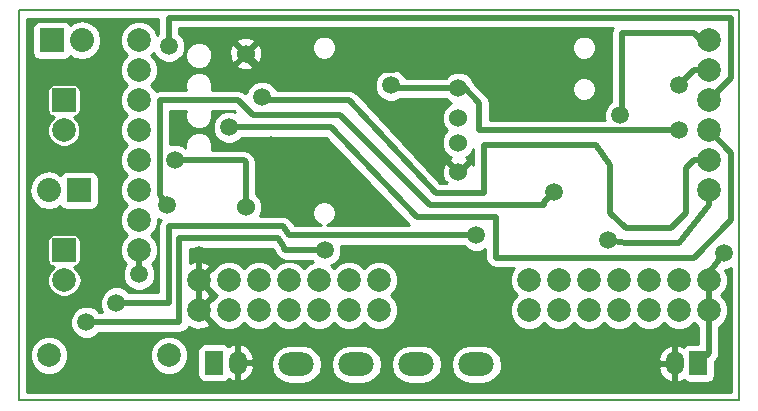
<source format=gbr>
G04 #@! TF.FileFunction,Copper,L1,Top,Signal*
%FSLAX46Y46*%
G04 Gerber Fmt 4.6, Leading zero omitted, Abs format (unit mm)*
G04 Created by KiCad (PCBNEW 4.0.2-4+6225~38~ubuntu14.04.1-stable) date fre 22 apr 2016 20:18:46*
%MOMM*%
G01*
G04 APERTURE LIST*
%ADD10C,0.100000*%
%ADD11C,0.150000*%
%ADD12R,2.032000X2.032000*%
%ADD13O,2.032000X2.032000*%
%ADD14R,1.500000X2.000000*%
%ADD15O,1.500000X2.000000*%
%ADD16C,1.998980*%
%ADD17C,2.000000*%
%ADD18C,1.524000*%
%ADD19R,2.000000X2.000000*%
%ADD20O,3.000000X2.000000*%
%ADD21C,1.500000*%
%ADD22C,0.500000*%
%ADD23C,0.254000*%
G04 APERTURE END LIST*
D10*
D11*
X110490000Y-86360000D02*
X171450000Y-86360000D01*
X110490000Y-119380000D02*
X110490000Y-86360000D01*
X171450000Y-119380000D02*
X110490000Y-119380000D01*
X171450000Y-86360000D02*
X171450000Y-119380000D01*
D12*
X115570000Y-101600000D03*
D13*
X113030000Y-101600000D03*
D12*
X113284000Y-88900000D03*
D13*
X115824000Y-88900000D03*
D14*
X168020000Y-116240000D03*
D15*
X166020000Y-116240000D03*
D16*
X123190000Y-115570000D03*
X113030000Y-115570000D03*
D14*
X127000000Y-116205000D03*
D15*
X129000000Y-116205000D03*
D17*
X168910000Y-88900000D03*
X168910000Y-91440000D03*
X168910000Y-93980000D03*
X168910000Y-96520000D03*
X168910000Y-99060000D03*
X168910000Y-101600000D03*
X168910000Y-109220000D03*
X168910000Y-111760000D03*
X166370000Y-109220000D03*
X166370000Y-111760000D03*
X163830000Y-109220000D03*
X163830000Y-111760000D03*
X161290000Y-109220000D03*
X161290000Y-111760000D03*
X158750000Y-109220000D03*
X158750000Y-111760000D03*
X156210000Y-109220000D03*
X156210000Y-111760000D03*
X153670000Y-109220000D03*
X153670000Y-111760000D03*
X140970000Y-109220000D03*
X140970000Y-111760000D03*
X138430000Y-109220000D03*
X138430000Y-111760000D03*
X135890000Y-109220000D03*
X135890000Y-111760000D03*
X133350000Y-109220000D03*
X133350000Y-111760000D03*
X130810000Y-109220000D03*
X130810000Y-111760000D03*
X128270000Y-109220000D03*
X128270000Y-111760000D03*
X125730000Y-109220000D03*
X125730000Y-111760000D03*
X120650000Y-106680000D03*
X120650000Y-104140000D03*
X120650000Y-88900000D03*
X120650000Y-91440000D03*
X120650000Y-93980000D03*
X120650000Y-96520000D03*
X120650000Y-99060000D03*
X120650000Y-101600000D03*
D18*
X129700000Y-103020000D03*
X129700000Y-90020000D03*
X147700000Y-100070000D03*
X147700000Y-92970000D03*
X147700000Y-97570000D03*
X147700000Y-95470000D03*
D19*
X114300000Y-106680000D03*
D17*
X114300000Y-109220000D03*
D19*
X114300000Y-93980000D03*
D17*
X114300000Y-96520000D03*
D20*
X149225000Y-116332000D03*
X144145000Y-116332000D03*
X139065000Y-116332000D03*
X133985000Y-116332000D03*
D21*
X116205000Y-112776000D03*
X136398000Y-106680000D03*
X123063000Y-102870000D03*
X155829000Y-101727000D03*
X149225000Y-105410000D03*
X118745000Y-111125000D03*
X123698000Y-99060000D03*
X131064000Y-93726000D03*
X128270000Y-96266000D03*
X123190000Y-89408000D03*
X125730000Y-107061000D03*
X131699000Y-101854000D03*
X131826000Y-97790000D03*
X153035000Y-94615000D03*
X166370000Y-96520000D03*
X141986000Y-92710000D03*
X170180000Y-106934000D03*
X160401000Y-105791000D03*
X166370000Y-92710000D03*
X161417000Y-95250000D03*
X120650000Y-108712000D03*
D22*
X132461000Y-105664000D02*
X132969000Y-106426000D01*
X116205000Y-112776000D02*
X124079000Y-112776000D01*
X124079000Y-112776000D02*
X124079000Y-105664000D01*
X124079000Y-105664000D02*
X132461000Y-105664000D01*
X132969000Y-106553000D02*
X132969000Y-106426000D01*
X133096000Y-106680000D02*
X132969000Y-106553000D01*
X136398000Y-106680000D02*
X133096000Y-106680000D01*
X114935000Y-109220000D02*
X114300000Y-109220000D01*
X154940000Y-102870000D02*
X154940000Y-102616000D01*
X122682000Y-93980000D02*
X122428000Y-93980000D01*
X122428000Y-93980000D02*
X122428000Y-101981000D01*
X122428000Y-101981000D02*
X123063000Y-102870000D01*
X154940000Y-102870000D02*
X145288000Y-102870000D01*
X145288000Y-102870000D02*
X137668000Y-95250000D01*
X137668000Y-95250000D02*
X130302000Y-95250000D01*
X130302000Y-95250000D02*
X129032000Y-93980000D01*
X129032000Y-93980000D02*
X122682000Y-93980000D01*
X154940000Y-102616000D02*
X155829000Y-101727000D01*
X123190000Y-105410000D02*
X123190000Y-104648000D01*
X123190000Y-105410000D02*
X123190000Y-111125000D01*
X123190000Y-111125000D02*
X118745000Y-111125000D01*
X133350000Y-105410000D02*
X149225000Y-105410000D01*
X132842000Y-104648000D02*
X133350000Y-105410000D01*
X123190000Y-104648000D02*
X132842000Y-104648000D01*
X129700000Y-99220000D02*
X129700000Y-103020000D01*
X129540000Y-99060000D02*
X129700000Y-99220000D01*
X123698000Y-99060000D02*
X129540000Y-99060000D01*
X129690000Y-103020000D02*
X129700000Y-103020000D01*
X129700000Y-103020000D02*
X129690000Y-103020000D01*
X129700000Y-103020000D02*
X129700000Y-103030000D01*
X168910000Y-99060000D02*
X167640000Y-99060000D01*
X131318000Y-93980000D02*
X131064000Y-93726000D01*
X138430000Y-93980000D02*
X131318000Y-93980000D01*
X145796000Y-101854000D02*
X138430000Y-93980000D01*
X149860000Y-101854000D02*
X145796000Y-101854000D01*
X149860000Y-100965000D02*
X149860000Y-101854000D01*
X149860000Y-97790000D02*
X149860000Y-100965000D01*
X159385000Y-97790000D02*
X149860000Y-97790000D01*
X160528000Y-99441000D02*
X159385000Y-97790000D01*
X160528000Y-103505000D02*
X160528000Y-99441000D01*
X161925000Y-104775000D02*
X160528000Y-103505000D01*
X165735000Y-104775000D02*
X161925000Y-104775000D01*
X167005000Y-103505000D02*
X165735000Y-104775000D01*
X167005000Y-99695000D02*
X167005000Y-103505000D01*
X167640000Y-99060000D02*
X167005000Y-99695000D01*
X170815000Y-98425000D02*
X168910000Y-96520000D01*
X170815000Y-104140000D02*
X170815000Y-98425000D01*
X167640000Y-107315000D02*
X170815000Y-104140000D01*
X150876000Y-107315000D02*
X167640000Y-107315000D01*
X150876000Y-103886000D02*
X150876000Y-107315000D01*
X144272000Y-103886000D02*
X150876000Y-103886000D01*
X144169045Y-103889432D02*
X144272000Y-103886000D01*
X136906000Y-96266000D02*
X144169045Y-103889432D01*
X136779000Y-96266000D02*
X136906000Y-96266000D01*
X128270000Y-96266000D02*
X136779000Y-96266000D01*
X168910000Y-96520000D02*
X169545000Y-96520000D01*
X170815000Y-92075000D02*
X170815000Y-86995000D01*
X170815000Y-86995000D02*
X123190000Y-86995000D01*
X170815000Y-92075000D02*
X168910000Y-93980000D01*
X123190000Y-89408000D02*
X123190000Y-86995000D01*
X131699000Y-101854000D02*
X131826000Y-101727000D01*
X131826000Y-101727000D02*
X131826000Y-97790000D01*
X125730000Y-111760000D02*
X125730000Y-109220000D01*
X125730000Y-109220000D02*
X125730000Y-107061000D01*
X125730000Y-109220000D02*
X125730000Y-108585000D01*
X129700000Y-90020000D02*
X129700000Y-90330000D01*
X129700000Y-90330000D02*
X130810000Y-91440000D01*
X130810000Y-91440000D02*
X142240000Y-91440000D01*
X142240000Y-91440000D02*
X143510000Y-90170000D01*
X143510000Y-90170000D02*
X151765000Y-90170000D01*
X151765000Y-90170000D02*
X153035000Y-91440000D01*
X153035000Y-91440000D02*
X153035000Y-94615000D01*
X160655000Y-96520000D02*
X166370000Y-96520000D01*
X148215000Y-92970000D02*
X149479000Y-94234000D01*
X149479000Y-94234000D02*
X149479000Y-96520000D01*
X149479000Y-96520000D02*
X149479000Y-96520000D01*
X149479000Y-96520000D02*
X160655000Y-96520000D01*
X147200000Y-92970000D02*
X148215000Y-92970000D01*
X147200000Y-92970000D02*
X142246000Y-92970000D01*
X142246000Y-92970000D02*
X141986000Y-92710000D01*
X170180000Y-106934000D02*
X168910000Y-108585000D01*
X168910000Y-108585000D02*
X168910000Y-109220000D01*
X168910000Y-111760000D02*
X168910000Y-115350000D01*
X168910000Y-115350000D02*
X168020000Y-116240000D01*
X168910000Y-109220000D02*
X168910000Y-111760000D01*
X168910000Y-101600000D02*
X168910000Y-102870000D01*
X161925000Y-106045000D02*
X160401000Y-105791000D01*
X166370000Y-106045000D02*
X161925000Y-106045000D01*
X168910000Y-102870000D02*
X166370000Y-106045000D01*
X167640000Y-91440000D02*
X168910000Y-91440000D01*
X166370000Y-92710000D02*
X167640000Y-91440000D01*
X161544000Y-88265000D02*
X161544000Y-95123000D01*
X161544000Y-88265000D02*
X167640000Y-88265000D01*
X167640000Y-88265000D02*
X168275000Y-88900000D01*
X161544000Y-95123000D02*
X161417000Y-95250000D01*
X168275000Y-88900000D02*
X168910000Y-88900000D01*
X120650000Y-108712000D02*
X120650000Y-106680000D01*
D23*
G36*
X122305000Y-88334477D02*
X122220329Y-88419001D01*
X122036894Y-87975057D01*
X121577363Y-87514722D01*
X120976648Y-87265284D01*
X120326205Y-87264716D01*
X119725057Y-87513106D01*
X119264722Y-87972637D01*
X119015284Y-88573352D01*
X119014716Y-89223795D01*
X119263106Y-89824943D01*
X119607759Y-90170199D01*
X119264722Y-90512637D01*
X119015284Y-91113352D01*
X119014716Y-91763795D01*
X119263106Y-92364943D01*
X119607759Y-92710199D01*
X119264722Y-93052637D01*
X119015284Y-93653352D01*
X119014716Y-94303795D01*
X119263106Y-94904943D01*
X119607759Y-95250199D01*
X119264722Y-95592637D01*
X119015284Y-96193352D01*
X119014716Y-96843795D01*
X119263106Y-97444943D01*
X119607759Y-97790199D01*
X119264722Y-98132637D01*
X119015284Y-98733352D01*
X119014716Y-99383795D01*
X119263106Y-99984943D01*
X119607759Y-100330199D01*
X119264722Y-100672637D01*
X119015284Y-101273352D01*
X119014716Y-101923795D01*
X119263106Y-102524943D01*
X119607759Y-102870199D01*
X119264722Y-103212637D01*
X119015284Y-103813352D01*
X119014716Y-104463795D01*
X119263106Y-105064943D01*
X119607759Y-105410199D01*
X119264722Y-105752637D01*
X119015284Y-106353352D01*
X119014716Y-107003795D01*
X119263106Y-107604943D01*
X119530382Y-107872687D01*
X119476539Y-107926436D01*
X119265241Y-108435298D01*
X119264760Y-108986285D01*
X119475169Y-109495515D01*
X119864436Y-109885461D01*
X120373298Y-110096759D01*
X120924285Y-110097240D01*
X121433515Y-109886831D01*
X121823461Y-109497564D01*
X122034759Y-108988702D01*
X122035240Y-108437715D01*
X121824831Y-107928485D01*
X121769310Y-107872867D01*
X122035278Y-107607363D01*
X122284716Y-107006648D01*
X122285284Y-106356205D01*
X122036894Y-105755057D01*
X121692241Y-105409801D01*
X122035278Y-105067363D01*
X122284716Y-104466648D01*
X122285083Y-104046636D01*
X122490810Y-104132062D01*
X122372367Y-104309325D01*
X122305000Y-104648000D01*
X122305000Y-110240000D01*
X119818523Y-110240000D01*
X119530564Y-109951539D01*
X119021702Y-109740241D01*
X118470715Y-109739760D01*
X117961485Y-109950169D01*
X117571539Y-110339436D01*
X117360241Y-110848298D01*
X117359760Y-111399285D01*
X117562932Y-111891000D01*
X117278523Y-111891000D01*
X116990564Y-111602539D01*
X116481702Y-111391241D01*
X115930715Y-111390760D01*
X115421485Y-111601169D01*
X115031539Y-111990436D01*
X114820241Y-112499298D01*
X114819760Y-113050285D01*
X115030169Y-113559515D01*
X115419436Y-113949461D01*
X115928298Y-114160759D01*
X116479285Y-114161240D01*
X116988515Y-113950831D01*
X117278852Y-113661000D01*
X124079000Y-113661000D01*
X124417675Y-113593633D01*
X124704790Y-113401790D01*
X124854902Y-113177131D01*
X124855736Y-113179387D01*
X125465461Y-113405908D01*
X126115460Y-113381856D01*
X126604264Y-113179387D01*
X126702927Y-112912532D01*
X125730000Y-111939605D01*
X125715858Y-111953748D01*
X125536253Y-111774143D01*
X125550395Y-111760000D01*
X125536253Y-111745858D01*
X125715858Y-111566253D01*
X125730000Y-111580395D01*
X126702927Y-110607468D01*
X126659496Y-110490000D01*
X126702927Y-110372532D01*
X125730000Y-109399605D01*
X125715858Y-109413748D01*
X125536253Y-109234143D01*
X125550395Y-109220000D01*
X125536253Y-109205858D01*
X125715858Y-109026253D01*
X125730000Y-109040395D01*
X126702927Y-108067468D01*
X126604264Y-107800613D01*
X125994539Y-107574092D01*
X125344540Y-107598144D01*
X124964000Y-107755769D01*
X124964000Y-106549000D01*
X131987362Y-106549000D01*
X132123962Y-106753900D01*
X132151367Y-106891675D01*
X132331548Y-107161336D01*
X132343210Y-107178790D01*
X132470208Y-107305787D01*
X132470210Y-107305790D01*
X132674064Y-107442000D01*
X132757325Y-107497633D01*
X133096000Y-107565001D01*
X133096005Y-107565000D01*
X135324477Y-107565000D01*
X135409001Y-107649671D01*
X134965057Y-107833106D01*
X134619801Y-108177759D01*
X134277363Y-107834722D01*
X133676648Y-107585284D01*
X133026205Y-107584716D01*
X132425057Y-107833106D01*
X132079801Y-108177759D01*
X131737363Y-107834722D01*
X131136648Y-107585284D01*
X130486205Y-107584716D01*
X129885057Y-107833106D01*
X129539801Y-108177759D01*
X129197363Y-107834722D01*
X128596648Y-107585284D01*
X127946205Y-107584716D01*
X127345057Y-107833106D01*
X126917438Y-108259978D01*
X126882532Y-108247073D01*
X125909605Y-109220000D01*
X126882532Y-110192927D01*
X126917938Y-110179836D01*
X127227759Y-110490199D01*
X126917438Y-110799978D01*
X126882532Y-110787073D01*
X125909605Y-111760000D01*
X126882532Y-112732927D01*
X126917938Y-112719836D01*
X127342637Y-113145278D01*
X127943352Y-113394716D01*
X128593795Y-113395284D01*
X129194943Y-113146894D01*
X129540199Y-112802241D01*
X129882637Y-113145278D01*
X130483352Y-113394716D01*
X131133795Y-113395284D01*
X131734943Y-113146894D01*
X132080199Y-112802241D01*
X132422637Y-113145278D01*
X133023352Y-113394716D01*
X133673795Y-113395284D01*
X134274943Y-113146894D01*
X134620199Y-112802241D01*
X134962637Y-113145278D01*
X135563352Y-113394716D01*
X136213795Y-113395284D01*
X136814943Y-113146894D01*
X137160199Y-112802241D01*
X137502637Y-113145278D01*
X138103352Y-113394716D01*
X138753795Y-113395284D01*
X139354943Y-113146894D01*
X139700199Y-112802241D01*
X140042637Y-113145278D01*
X140643352Y-113394716D01*
X141293795Y-113395284D01*
X141894943Y-113146894D01*
X142355278Y-112687363D01*
X142604716Y-112086648D01*
X142605284Y-111436205D01*
X142356894Y-110835057D01*
X142012241Y-110489801D01*
X142355278Y-110147363D01*
X142604716Y-109546648D01*
X142605284Y-108896205D01*
X142356894Y-108295057D01*
X141897363Y-107834722D01*
X141296648Y-107585284D01*
X140646205Y-107584716D01*
X140045057Y-107833106D01*
X139699801Y-108177759D01*
X139357363Y-107834722D01*
X138756648Y-107585284D01*
X138106205Y-107584716D01*
X137505057Y-107833106D01*
X137159801Y-108177759D01*
X136937914Y-107955484D01*
X137181515Y-107854831D01*
X137571461Y-107465564D01*
X137782759Y-106956702D01*
X137783240Y-106405715D01*
X137737494Y-106295000D01*
X148151477Y-106295000D01*
X148439436Y-106583461D01*
X148948298Y-106794759D01*
X149499285Y-106795240D01*
X149991000Y-106592068D01*
X149991000Y-107315000D01*
X150058367Y-107653675D01*
X150250210Y-107940790D01*
X150537325Y-108132633D01*
X150876000Y-108200000D01*
X152377521Y-108200000D01*
X152284722Y-108292637D01*
X152035284Y-108893352D01*
X152034716Y-109543795D01*
X152283106Y-110144943D01*
X152627759Y-110490199D01*
X152284722Y-110832637D01*
X152035284Y-111433352D01*
X152034716Y-112083795D01*
X152283106Y-112684943D01*
X152742637Y-113145278D01*
X153343352Y-113394716D01*
X153993795Y-113395284D01*
X154594943Y-113146894D01*
X154940199Y-112802241D01*
X155282637Y-113145278D01*
X155883352Y-113394716D01*
X156533795Y-113395284D01*
X157134943Y-113146894D01*
X157480199Y-112802241D01*
X157822637Y-113145278D01*
X158423352Y-113394716D01*
X159073795Y-113395284D01*
X159674943Y-113146894D01*
X160020199Y-112802241D01*
X160362637Y-113145278D01*
X160963352Y-113394716D01*
X161613795Y-113395284D01*
X162214943Y-113146894D01*
X162560199Y-112802241D01*
X162902637Y-113145278D01*
X163503352Y-113394716D01*
X164153795Y-113395284D01*
X164754943Y-113146894D01*
X165100199Y-112802241D01*
X165442637Y-113145278D01*
X166043352Y-113394716D01*
X166693795Y-113395284D01*
X167294943Y-113146894D01*
X167640199Y-112802241D01*
X167982637Y-113145278D01*
X168025000Y-113162869D01*
X168025000Y-114592560D01*
X167270000Y-114592560D01*
X167034683Y-114636838D01*
X166818559Y-114775910D01*
X166772609Y-114843160D01*
X166464235Y-114666519D01*
X166361185Y-114647682D01*
X166147000Y-114770344D01*
X166147000Y-116113000D01*
X166167000Y-116113000D01*
X166167000Y-116367000D01*
X166147000Y-116367000D01*
X166147000Y-117709656D01*
X166361185Y-117832318D01*
X166464235Y-117813481D01*
X166771269Y-117637608D01*
X166805910Y-117691441D01*
X167018110Y-117836431D01*
X167270000Y-117887440D01*
X168770000Y-117887440D01*
X169005317Y-117843162D01*
X169221441Y-117704090D01*
X169366431Y-117491890D01*
X169417440Y-117240000D01*
X169417440Y-116094139D01*
X169535787Y-115975792D01*
X169535790Y-115975790D01*
X169727633Y-115688675D01*
X169742445Y-115614210D01*
X169795001Y-115350000D01*
X169795000Y-115349995D01*
X169795000Y-113163398D01*
X169834943Y-113146894D01*
X170295278Y-112687363D01*
X170544716Y-112086648D01*
X170545284Y-111436205D01*
X170296894Y-110835057D01*
X169952241Y-110489801D01*
X170295278Y-110147363D01*
X170544716Y-109546648D01*
X170545284Y-108896205D01*
X170306833Y-108319111D01*
X170454285Y-108319240D01*
X170740000Y-108201185D01*
X170740000Y-118670000D01*
X111200000Y-118670000D01*
X111200000Y-115893694D01*
X111395226Y-115893694D01*
X111643538Y-116494655D01*
X112102927Y-116954846D01*
X112703453Y-117204206D01*
X113353694Y-117204774D01*
X113954655Y-116956462D01*
X114414846Y-116497073D01*
X114664206Y-115896547D01*
X114664208Y-115893694D01*
X121555226Y-115893694D01*
X121803538Y-116494655D01*
X122262927Y-116954846D01*
X122863453Y-117204206D01*
X123513694Y-117204774D01*
X124114655Y-116956462D01*
X124574846Y-116497073D01*
X124824206Y-115896547D01*
X124824774Y-115246306D01*
X124807707Y-115205000D01*
X125602560Y-115205000D01*
X125602560Y-117205000D01*
X125646838Y-117440317D01*
X125785910Y-117656441D01*
X125998110Y-117801431D01*
X126250000Y-117852440D01*
X127750000Y-117852440D01*
X127985317Y-117808162D01*
X128201441Y-117669090D01*
X128247391Y-117601840D01*
X128555765Y-117778481D01*
X128658815Y-117797318D01*
X128873000Y-117674656D01*
X128873000Y-116332000D01*
X129127000Y-116332000D01*
X129127000Y-117674656D01*
X129341185Y-117797318D01*
X129444235Y-117778481D01*
X129916894Y-117507736D01*
X130249964Y-117076721D01*
X130392739Y-116551055D01*
X130231868Y-116332000D01*
X131808173Y-116332000D01*
X131932630Y-116957687D01*
X132287053Y-117488120D01*
X132817486Y-117842543D01*
X133443173Y-117967000D01*
X134526827Y-117967000D01*
X135152514Y-117842543D01*
X135682947Y-117488120D01*
X136037370Y-116957687D01*
X136161827Y-116332000D01*
X136888173Y-116332000D01*
X137012630Y-116957687D01*
X137367053Y-117488120D01*
X137897486Y-117842543D01*
X138523173Y-117967000D01*
X139606827Y-117967000D01*
X140232514Y-117842543D01*
X140762947Y-117488120D01*
X141117370Y-116957687D01*
X141241827Y-116332000D01*
X141968173Y-116332000D01*
X142092630Y-116957687D01*
X142447053Y-117488120D01*
X142977486Y-117842543D01*
X143603173Y-117967000D01*
X144686827Y-117967000D01*
X145312514Y-117842543D01*
X145842947Y-117488120D01*
X146197370Y-116957687D01*
X146321827Y-116332000D01*
X147048173Y-116332000D01*
X147172630Y-116957687D01*
X147527053Y-117488120D01*
X148057486Y-117842543D01*
X148683173Y-117967000D01*
X149766827Y-117967000D01*
X150392514Y-117842543D01*
X150922947Y-117488120D01*
X151277370Y-116957687D01*
X151351292Y-116586055D01*
X164627261Y-116586055D01*
X164770036Y-117111721D01*
X165103106Y-117542736D01*
X165575765Y-117813481D01*
X165678815Y-117832318D01*
X165893000Y-117709656D01*
X165893000Y-116367000D01*
X164788132Y-116367000D01*
X164627261Y-116586055D01*
X151351292Y-116586055D01*
X151401827Y-116332000D01*
X151314693Y-115893945D01*
X164627261Y-115893945D01*
X164788132Y-116113000D01*
X165893000Y-116113000D01*
X165893000Y-114770344D01*
X165678815Y-114647682D01*
X165575765Y-114666519D01*
X165103106Y-114937264D01*
X164770036Y-115368279D01*
X164627261Y-115893945D01*
X151314693Y-115893945D01*
X151277370Y-115706313D01*
X150922947Y-115175880D01*
X150392514Y-114821457D01*
X149766827Y-114697000D01*
X148683173Y-114697000D01*
X148057486Y-114821457D01*
X147527053Y-115175880D01*
X147172630Y-115706313D01*
X147048173Y-116332000D01*
X146321827Y-116332000D01*
X146197370Y-115706313D01*
X145842947Y-115175880D01*
X145312514Y-114821457D01*
X144686827Y-114697000D01*
X143603173Y-114697000D01*
X142977486Y-114821457D01*
X142447053Y-115175880D01*
X142092630Y-115706313D01*
X141968173Y-116332000D01*
X141241827Y-116332000D01*
X141117370Y-115706313D01*
X140762947Y-115175880D01*
X140232514Y-114821457D01*
X139606827Y-114697000D01*
X138523173Y-114697000D01*
X137897486Y-114821457D01*
X137367053Y-115175880D01*
X137012630Y-115706313D01*
X136888173Y-116332000D01*
X136161827Y-116332000D01*
X136037370Y-115706313D01*
X135682947Y-115175880D01*
X135152514Y-114821457D01*
X134526827Y-114697000D01*
X133443173Y-114697000D01*
X132817486Y-114821457D01*
X132287053Y-115175880D01*
X131932630Y-115706313D01*
X131808173Y-116332000D01*
X130231868Y-116332000D01*
X129127000Y-116332000D01*
X128873000Y-116332000D01*
X128853000Y-116332000D01*
X128853000Y-116078000D01*
X128873000Y-116078000D01*
X128873000Y-114735344D01*
X129127000Y-114735344D01*
X129127000Y-116078000D01*
X130231868Y-116078000D01*
X130392739Y-115858945D01*
X130249964Y-115333279D01*
X129916894Y-114902264D01*
X129444235Y-114631519D01*
X129341185Y-114612682D01*
X129127000Y-114735344D01*
X128873000Y-114735344D01*
X128658815Y-114612682D01*
X128555765Y-114631519D01*
X128248731Y-114807392D01*
X128214090Y-114753559D01*
X128001890Y-114608569D01*
X127750000Y-114557560D01*
X126250000Y-114557560D01*
X126014683Y-114601838D01*
X125798559Y-114740910D01*
X125653569Y-114953110D01*
X125602560Y-115205000D01*
X124807707Y-115205000D01*
X124576462Y-114645345D01*
X124117073Y-114185154D01*
X123516547Y-113935794D01*
X122866306Y-113935226D01*
X122265345Y-114183538D01*
X121805154Y-114642927D01*
X121555794Y-115243453D01*
X121555226Y-115893694D01*
X114664208Y-115893694D01*
X114664774Y-115246306D01*
X114416462Y-114645345D01*
X113957073Y-114185154D01*
X113356547Y-113935794D01*
X112706306Y-113935226D01*
X112105345Y-114183538D01*
X111645154Y-114642927D01*
X111395794Y-115243453D01*
X111395226Y-115893694D01*
X111200000Y-115893694D01*
X111200000Y-105918000D01*
X112890560Y-105918000D01*
X112890560Y-107442000D01*
X112934838Y-107677317D01*
X113073910Y-107893441D01*
X113286110Y-108038431D01*
X113469124Y-108075492D01*
X113116371Y-108427630D01*
X112903243Y-108940900D01*
X112902758Y-109496661D01*
X113114990Y-110010303D01*
X113507630Y-110403629D01*
X114020900Y-110616757D01*
X114576661Y-110617242D01*
X115090303Y-110405010D01*
X115483629Y-110012370D01*
X115549730Y-109853180D01*
X115560790Y-109845790D01*
X115752633Y-109558675D01*
X115820000Y-109220000D01*
X115752633Y-108881325D01*
X115560790Y-108594210D01*
X115550009Y-108587006D01*
X115485010Y-108429697D01*
X115132167Y-108076237D01*
X115297317Y-108045162D01*
X115513441Y-107906090D01*
X115658431Y-107693890D01*
X115709440Y-107442000D01*
X115709440Y-105918000D01*
X115665162Y-105682683D01*
X115526090Y-105466559D01*
X115313890Y-105321569D01*
X115062000Y-105270560D01*
X113538000Y-105270560D01*
X113302683Y-105314838D01*
X113086559Y-105453910D01*
X112941569Y-105666110D01*
X112890560Y-105918000D01*
X111200000Y-105918000D01*
X111200000Y-101567655D01*
X111379000Y-101567655D01*
X111379000Y-101632345D01*
X111504675Y-102264155D01*
X111862567Y-102799778D01*
X112398190Y-103157670D01*
X113030000Y-103283345D01*
X113661810Y-103157670D01*
X114001792Y-102930501D01*
X114089910Y-103067441D01*
X114302110Y-103212431D01*
X114554000Y-103263440D01*
X116586000Y-103263440D01*
X116821317Y-103219162D01*
X117037441Y-103080090D01*
X117182431Y-102867890D01*
X117233440Y-102616000D01*
X117233440Y-100584000D01*
X117189162Y-100348683D01*
X117050090Y-100132559D01*
X116837890Y-99987569D01*
X116586000Y-99936560D01*
X114554000Y-99936560D01*
X114318683Y-99980838D01*
X114102559Y-100119910D01*
X114000802Y-100268837D01*
X113661810Y-100042330D01*
X113030000Y-99916655D01*
X112398190Y-100042330D01*
X111862567Y-100400222D01*
X111504675Y-100935845D01*
X111379000Y-101567655D01*
X111200000Y-101567655D01*
X111200000Y-93218000D01*
X112890560Y-93218000D01*
X112890560Y-94742000D01*
X112934838Y-94977317D01*
X113073910Y-95193441D01*
X113286110Y-95338431D01*
X113469124Y-95375492D01*
X113116371Y-95727630D01*
X112903243Y-96240900D01*
X112902758Y-96796661D01*
X113114990Y-97310303D01*
X113507630Y-97703629D01*
X114020900Y-97916757D01*
X114576661Y-97917242D01*
X115090303Y-97705010D01*
X115483629Y-97312370D01*
X115696757Y-96799100D01*
X115697242Y-96243339D01*
X115485010Y-95729697D01*
X115132167Y-95376237D01*
X115297317Y-95345162D01*
X115513441Y-95206090D01*
X115658431Y-94993890D01*
X115709440Y-94742000D01*
X115709440Y-93218000D01*
X115665162Y-92982683D01*
X115526090Y-92766559D01*
X115313890Y-92621569D01*
X115062000Y-92570560D01*
X113538000Y-92570560D01*
X113302683Y-92614838D01*
X113086559Y-92753910D01*
X112941569Y-92966110D01*
X112890560Y-93218000D01*
X111200000Y-93218000D01*
X111200000Y-87884000D01*
X111620560Y-87884000D01*
X111620560Y-89916000D01*
X111664838Y-90151317D01*
X111803910Y-90367441D01*
X112016110Y-90512431D01*
X112268000Y-90563440D01*
X114300000Y-90563440D01*
X114535317Y-90519162D01*
X114751441Y-90380090D01*
X114853198Y-90231163D01*
X115192190Y-90457670D01*
X115824000Y-90583345D01*
X116455810Y-90457670D01*
X116991433Y-90099778D01*
X117349325Y-89564155D01*
X117475000Y-88932345D01*
X117475000Y-88867655D01*
X117349325Y-88235845D01*
X116991433Y-87700222D01*
X116455810Y-87342330D01*
X115824000Y-87216655D01*
X115192190Y-87342330D01*
X114852208Y-87569499D01*
X114764090Y-87432559D01*
X114551890Y-87287569D01*
X114300000Y-87236560D01*
X112268000Y-87236560D01*
X112032683Y-87280838D01*
X111816559Y-87419910D01*
X111671569Y-87632110D01*
X111620560Y-87884000D01*
X111200000Y-87884000D01*
X111200000Y-87070000D01*
X122305000Y-87070000D01*
X122305000Y-88334477D01*
X122305000Y-88334477D01*
G37*
X122305000Y-88334477D02*
X122220329Y-88419001D01*
X122036894Y-87975057D01*
X121577363Y-87514722D01*
X120976648Y-87265284D01*
X120326205Y-87264716D01*
X119725057Y-87513106D01*
X119264722Y-87972637D01*
X119015284Y-88573352D01*
X119014716Y-89223795D01*
X119263106Y-89824943D01*
X119607759Y-90170199D01*
X119264722Y-90512637D01*
X119015284Y-91113352D01*
X119014716Y-91763795D01*
X119263106Y-92364943D01*
X119607759Y-92710199D01*
X119264722Y-93052637D01*
X119015284Y-93653352D01*
X119014716Y-94303795D01*
X119263106Y-94904943D01*
X119607759Y-95250199D01*
X119264722Y-95592637D01*
X119015284Y-96193352D01*
X119014716Y-96843795D01*
X119263106Y-97444943D01*
X119607759Y-97790199D01*
X119264722Y-98132637D01*
X119015284Y-98733352D01*
X119014716Y-99383795D01*
X119263106Y-99984943D01*
X119607759Y-100330199D01*
X119264722Y-100672637D01*
X119015284Y-101273352D01*
X119014716Y-101923795D01*
X119263106Y-102524943D01*
X119607759Y-102870199D01*
X119264722Y-103212637D01*
X119015284Y-103813352D01*
X119014716Y-104463795D01*
X119263106Y-105064943D01*
X119607759Y-105410199D01*
X119264722Y-105752637D01*
X119015284Y-106353352D01*
X119014716Y-107003795D01*
X119263106Y-107604943D01*
X119530382Y-107872687D01*
X119476539Y-107926436D01*
X119265241Y-108435298D01*
X119264760Y-108986285D01*
X119475169Y-109495515D01*
X119864436Y-109885461D01*
X120373298Y-110096759D01*
X120924285Y-110097240D01*
X121433515Y-109886831D01*
X121823461Y-109497564D01*
X122034759Y-108988702D01*
X122035240Y-108437715D01*
X121824831Y-107928485D01*
X121769310Y-107872867D01*
X122035278Y-107607363D01*
X122284716Y-107006648D01*
X122285284Y-106356205D01*
X122036894Y-105755057D01*
X121692241Y-105409801D01*
X122035278Y-105067363D01*
X122284716Y-104466648D01*
X122285083Y-104046636D01*
X122490810Y-104132062D01*
X122372367Y-104309325D01*
X122305000Y-104648000D01*
X122305000Y-110240000D01*
X119818523Y-110240000D01*
X119530564Y-109951539D01*
X119021702Y-109740241D01*
X118470715Y-109739760D01*
X117961485Y-109950169D01*
X117571539Y-110339436D01*
X117360241Y-110848298D01*
X117359760Y-111399285D01*
X117562932Y-111891000D01*
X117278523Y-111891000D01*
X116990564Y-111602539D01*
X116481702Y-111391241D01*
X115930715Y-111390760D01*
X115421485Y-111601169D01*
X115031539Y-111990436D01*
X114820241Y-112499298D01*
X114819760Y-113050285D01*
X115030169Y-113559515D01*
X115419436Y-113949461D01*
X115928298Y-114160759D01*
X116479285Y-114161240D01*
X116988515Y-113950831D01*
X117278852Y-113661000D01*
X124079000Y-113661000D01*
X124417675Y-113593633D01*
X124704790Y-113401790D01*
X124854902Y-113177131D01*
X124855736Y-113179387D01*
X125465461Y-113405908D01*
X126115460Y-113381856D01*
X126604264Y-113179387D01*
X126702927Y-112912532D01*
X125730000Y-111939605D01*
X125715858Y-111953748D01*
X125536253Y-111774143D01*
X125550395Y-111760000D01*
X125536253Y-111745858D01*
X125715858Y-111566253D01*
X125730000Y-111580395D01*
X126702927Y-110607468D01*
X126659496Y-110490000D01*
X126702927Y-110372532D01*
X125730000Y-109399605D01*
X125715858Y-109413748D01*
X125536253Y-109234143D01*
X125550395Y-109220000D01*
X125536253Y-109205858D01*
X125715858Y-109026253D01*
X125730000Y-109040395D01*
X126702927Y-108067468D01*
X126604264Y-107800613D01*
X125994539Y-107574092D01*
X125344540Y-107598144D01*
X124964000Y-107755769D01*
X124964000Y-106549000D01*
X131987362Y-106549000D01*
X132123962Y-106753900D01*
X132151367Y-106891675D01*
X132331548Y-107161336D01*
X132343210Y-107178790D01*
X132470208Y-107305787D01*
X132470210Y-107305790D01*
X132674064Y-107442000D01*
X132757325Y-107497633D01*
X133096000Y-107565001D01*
X133096005Y-107565000D01*
X135324477Y-107565000D01*
X135409001Y-107649671D01*
X134965057Y-107833106D01*
X134619801Y-108177759D01*
X134277363Y-107834722D01*
X133676648Y-107585284D01*
X133026205Y-107584716D01*
X132425057Y-107833106D01*
X132079801Y-108177759D01*
X131737363Y-107834722D01*
X131136648Y-107585284D01*
X130486205Y-107584716D01*
X129885057Y-107833106D01*
X129539801Y-108177759D01*
X129197363Y-107834722D01*
X128596648Y-107585284D01*
X127946205Y-107584716D01*
X127345057Y-107833106D01*
X126917438Y-108259978D01*
X126882532Y-108247073D01*
X125909605Y-109220000D01*
X126882532Y-110192927D01*
X126917938Y-110179836D01*
X127227759Y-110490199D01*
X126917438Y-110799978D01*
X126882532Y-110787073D01*
X125909605Y-111760000D01*
X126882532Y-112732927D01*
X126917938Y-112719836D01*
X127342637Y-113145278D01*
X127943352Y-113394716D01*
X128593795Y-113395284D01*
X129194943Y-113146894D01*
X129540199Y-112802241D01*
X129882637Y-113145278D01*
X130483352Y-113394716D01*
X131133795Y-113395284D01*
X131734943Y-113146894D01*
X132080199Y-112802241D01*
X132422637Y-113145278D01*
X133023352Y-113394716D01*
X133673795Y-113395284D01*
X134274943Y-113146894D01*
X134620199Y-112802241D01*
X134962637Y-113145278D01*
X135563352Y-113394716D01*
X136213795Y-113395284D01*
X136814943Y-113146894D01*
X137160199Y-112802241D01*
X137502637Y-113145278D01*
X138103352Y-113394716D01*
X138753795Y-113395284D01*
X139354943Y-113146894D01*
X139700199Y-112802241D01*
X140042637Y-113145278D01*
X140643352Y-113394716D01*
X141293795Y-113395284D01*
X141894943Y-113146894D01*
X142355278Y-112687363D01*
X142604716Y-112086648D01*
X142605284Y-111436205D01*
X142356894Y-110835057D01*
X142012241Y-110489801D01*
X142355278Y-110147363D01*
X142604716Y-109546648D01*
X142605284Y-108896205D01*
X142356894Y-108295057D01*
X141897363Y-107834722D01*
X141296648Y-107585284D01*
X140646205Y-107584716D01*
X140045057Y-107833106D01*
X139699801Y-108177759D01*
X139357363Y-107834722D01*
X138756648Y-107585284D01*
X138106205Y-107584716D01*
X137505057Y-107833106D01*
X137159801Y-108177759D01*
X136937914Y-107955484D01*
X137181515Y-107854831D01*
X137571461Y-107465564D01*
X137782759Y-106956702D01*
X137783240Y-106405715D01*
X137737494Y-106295000D01*
X148151477Y-106295000D01*
X148439436Y-106583461D01*
X148948298Y-106794759D01*
X149499285Y-106795240D01*
X149991000Y-106592068D01*
X149991000Y-107315000D01*
X150058367Y-107653675D01*
X150250210Y-107940790D01*
X150537325Y-108132633D01*
X150876000Y-108200000D01*
X152377521Y-108200000D01*
X152284722Y-108292637D01*
X152035284Y-108893352D01*
X152034716Y-109543795D01*
X152283106Y-110144943D01*
X152627759Y-110490199D01*
X152284722Y-110832637D01*
X152035284Y-111433352D01*
X152034716Y-112083795D01*
X152283106Y-112684943D01*
X152742637Y-113145278D01*
X153343352Y-113394716D01*
X153993795Y-113395284D01*
X154594943Y-113146894D01*
X154940199Y-112802241D01*
X155282637Y-113145278D01*
X155883352Y-113394716D01*
X156533795Y-113395284D01*
X157134943Y-113146894D01*
X157480199Y-112802241D01*
X157822637Y-113145278D01*
X158423352Y-113394716D01*
X159073795Y-113395284D01*
X159674943Y-113146894D01*
X160020199Y-112802241D01*
X160362637Y-113145278D01*
X160963352Y-113394716D01*
X161613795Y-113395284D01*
X162214943Y-113146894D01*
X162560199Y-112802241D01*
X162902637Y-113145278D01*
X163503352Y-113394716D01*
X164153795Y-113395284D01*
X164754943Y-113146894D01*
X165100199Y-112802241D01*
X165442637Y-113145278D01*
X166043352Y-113394716D01*
X166693795Y-113395284D01*
X167294943Y-113146894D01*
X167640199Y-112802241D01*
X167982637Y-113145278D01*
X168025000Y-113162869D01*
X168025000Y-114592560D01*
X167270000Y-114592560D01*
X167034683Y-114636838D01*
X166818559Y-114775910D01*
X166772609Y-114843160D01*
X166464235Y-114666519D01*
X166361185Y-114647682D01*
X166147000Y-114770344D01*
X166147000Y-116113000D01*
X166167000Y-116113000D01*
X166167000Y-116367000D01*
X166147000Y-116367000D01*
X166147000Y-117709656D01*
X166361185Y-117832318D01*
X166464235Y-117813481D01*
X166771269Y-117637608D01*
X166805910Y-117691441D01*
X167018110Y-117836431D01*
X167270000Y-117887440D01*
X168770000Y-117887440D01*
X169005317Y-117843162D01*
X169221441Y-117704090D01*
X169366431Y-117491890D01*
X169417440Y-117240000D01*
X169417440Y-116094139D01*
X169535787Y-115975792D01*
X169535790Y-115975790D01*
X169727633Y-115688675D01*
X169742445Y-115614210D01*
X169795001Y-115350000D01*
X169795000Y-115349995D01*
X169795000Y-113163398D01*
X169834943Y-113146894D01*
X170295278Y-112687363D01*
X170544716Y-112086648D01*
X170545284Y-111436205D01*
X170296894Y-110835057D01*
X169952241Y-110489801D01*
X170295278Y-110147363D01*
X170544716Y-109546648D01*
X170545284Y-108896205D01*
X170306833Y-108319111D01*
X170454285Y-108319240D01*
X170740000Y-108201185D01*
X170740000Y-118670000D01*
X111200000Y-118670000D01*
X111200000Y-115893694D01*
X111395226Y-115893694D01*
X111643538Y-116494655D01*
X112102927Y-116954846D01*
X112703453Y-117204206D01*
X113353694Y-117204774D01*
X113954655Y-116956462D01*
X114414846Y-116497073D01*
X114664206Y-115896547D01*
X114664208Y-115893694D01*
X121555226Y-115893694D01*
X121803538Y-116494655D01*
X122262927Y-116954846D01*
X122863453Y-117204206D01*
X123513694Y-117204774D01*
X124114655Y-116956462D01*
X124574846Y-116497073D01*
X124824206Y-115896547D01*
X124824774Y-115246306D01*
X124807707Y-115205000D01*
X125602560Y-115205000D01*
X125602560Y-117205000D01*
X125646838Y-117440317D01*
X125785910Y-117656441D01*
X125998110Y-117801431D01*
X126250000Y-117852440D01*
X127750000Y-117852440D01*
X127985317Y-117808162D01*
X128201441Y-117669090D01*
X128247391Y-117601840D01*
X128555765Y-117778481D01*
X128658815Y-117797318D01*
X128873000Y-117674656D01*
X128873000Y-116332000D01*
X129127000Y-116332000D01*
X129127000Y-117674656D01*
X129341185Y-117797318D01*
X129444235Y-117778481D01*
X129916894Y-117507736D01*
X130249964Y-117076721D01*
X130392739Y-116551055D01*
X130231868Y-116332000D01*
X131808173Y-116332000D01*
X131932630Y-116957687D01*
X132287053Y-117488120D01*
X132817486Y-117842543D01*
X133443173Y-117967000D01*
X134526827Y-117967000D01*
X135152514Y-117842543D01*
X135682947Y-117488120D01*
X136037370Y-116957687D01*
X136161827Y-116332000D01*
X136888173Y-116332000D01*
X137012630Y-116957687D01*
X137367053Y-117488120D01*
X137897486Y-117842543D01*
X138523173Y-117967000D01*
X139606827Y-117967000D01*
X140232514Y-117842543D01*
X140762947Y-117488120D01*
X141117370Y-116957687D01*
X141241827Y-116332000D01*
X141968173Y-116332000D01*
X142092630Y-116957687D01*
X142447053Y-117488120D01*
X142977486Y-117842543D01*
X143603173Y-117967000D01*
X144686827Y-117967000D01*
X145312514Y-117842543D01*
X145842947Y-117488120D01*
X146197370Y-116957687D01*
X146321827Y-116332000D01*
X147048173Y-116332000D01*
X147172630Y-116957687D01*
X147527053Y-117488120D01*
X148057486Y-117842543D01*
X148683173Y-117967000D01*
X149766827Y-117967000D01*
X150392514Y-117842543D01*
X150922947Y-117488120D01*
X151277370Y-116957687D01*
X151351292Y-116586055D01*
X164627261Y-116586055D01*
X164770036Y-117111721D01*
X165103106Y-117542736D01*
X165575765Y-117813481D01*
X165678815Y-117832318D01*
X165893000Y-117709656D01*
X165893000Y-116367000D01*
X164788132Y-116367000D01*
X164627261Y-116586055D01*
X151351292Y-116586055D01*
X151401827Y-116332000D01*
X151314693Y-115893945D01*
X164627261Y-115893945D01*
X164788132Y-116113000D01*
X165893000Y-116113000D01*
X165893000Y-114770344D01*
X165678815Y-114647682D01*
X165575765Y-114666519D01*
X165103106Y-114937264D01*
X164770036Y-115368279D01*
X164627261Y-115893945D01*
X151314693Y-115893945D01*
X151277370Y-115706313D01*
X150922947Y-115175880D01*
X150392514Y-114821457D01*
X149766827Y-114697000D01*
X148683173Y-114697000D01*
X148057486Y-114821457D01*
X147527053Y-115175880D01*
X147172630Y-115706313D01*
X147048173Y-116332000D01*
X146321827Y-116332000D01*
X146197370Y-115706313D01*
X145842947Y-115175880D01*
X145312514Y-114821457D01*
X144686827Y-114697000D01*
X143603173Y-114697000D01*
X142977486Y-114821457D01*
X142447053Y-115175880D01*
X142092630Y-115706313D01*
X141968173Y-116332000D01*
X141241827Y-116332000D01*
X141117370Y-115706313D01*
X140762947Y-115175880D01*
X140232514Y-114821457D01*
X139606827Y-114697000D01*
X138523173Y-114697000D01*
X137897486Y-114821457D01*
X137367053Y-115175880D01*
X137012630Y-115706313D01*
X136888173Y-116332000D01*
X136161827Y-116332000D01*
X136037370Y-115706313D01*
X135682947Y-115175880D01*
X135152514Y-114821457D01*
X134526827Y-114697000D01*
X133443173Y-114697000D01*
X132817486Y-114821457D01*
X132287053Y-115175880D01*
X131932630Y-115706313D01*
X131808173Y-116332000D01*
X130231868Y-116332000D01*
X129127000Y-116332000D01*
X128873000Y-116332000D01*
X128853000Y-116332000D01*
X128853000Y-116078000D01*
X128873000Y-116078000D01*
X128873000Y-114735344D01*
X129127000Y-114735344D01*
X129127000Y-116078000D01*
X130231868Y-116078000D01*
X130392739Y-115858945D01*
X130249964Y-115333279D01*
X129916894Y-114902264D01*
X129444235Y-114631519D01*
X129341185Y-114612682D01*
X129127000Y-114735344D01*
X128873000Y-114735344D01*
X128658815Y-114612682D01*
X128555765Y-114631519D01*
X128248731Y-114807392D01*
X128214090Y-114753559D01*
X128001890Y-114608569D01*
X127750000Y-114557560D01*
X126250000Y-114557560D01*
X126014683Y-114601838D01*
X125798559Y-114740910D01*
X125653569Y-114953110D01*
X125602560Y-115205000D01*
X124807707Y-115205000D01*
X124576462Y-114645345D01*
X124117073Y-114185154D01*
X123516547Y-113935794D01*
X122866306Y-113935226D01*
X122265345Y-114183538D01*
X121805154Y-114642927D01*
X121555794Y-115243453D01*
X121555226Y-115893694D01*
X114664208Y-115893694D01*
X114664774Y-115246306D01*
X114416462Y-114645345D01*
X113957073Y-114185154D01*
X113356547Y-113935794D01*
X112706306Y-113935226D01*
X112105345Y-114183538D01*
X111645154Y-114642927D01*
X111395794Y-115243453D01*
X111395226Y-115893694D01*
X111200000Y-115893694D01*
X111200000Y-105918000D01*
X112890560Y-105918000D01*
X112890560Y-107442000D01*
X112934838Y-107677317D01*
X113073910Y-107893441D01*
X113286110Y-108038431D01*
X113469124Y-108075492D01*
X113116371Y-108427630D01*
X112903243Y-108940900D01*
X112902758Y-109496661D01*
X113114990Y-110010303D01*
X113507630Y-110403629D01*
X114020900Y-110616757D01*
X114576661Y-110617242D01*
X115090303Y-110405010D01*
X115483629Y-110012370D01*
X115549730Y-109853180D01*
X115560790Y-109845790D01*
X115752633Y-109558675D01*
X115820000Y-109220000D01*
X115752633Y-108881325D01*
X115560790Y-108594210D01*
X115550009Y-108587006D01*
X115485010Y-108429697D01*
X115132167Y-108076237D01*
X115297317Y-108045162D01*
X115513441Y-107906090D01*
X115658431Y-107693890D01*
X115709440Y-107442000D01*
X115709440Y-105918000D01*
X115665162Y-105682683D01*
X115526090Y-105466559D01*
X115313890Y-105321569D01*
X115062000Y-105270560D01*
X113538000Y-105270560D01*
X113302683Y-105314838D01*
X113086559Y-105453910D01*
X112941569Y-105666110D01*
X112890560Y-105918000D01*
X111200000Y-105918000D01*
X111200000Y-101567655D01*
X111379000Y-101567655D01*
X111379000Y-101632345D01*
X111504675Y-102264155D01*
X111862567Y-102799778D01*
X112398190Y-103157670D01*
X113030000Y-103283345D01*
X113661810Y-103157670D01*
X114001792Y-102930501D01*
X114089910Y-103067441D01*
X114302110Y-103212431D01*
X114554000Y-103263440D01*
X116586000Y-103263440D01*
X116821317Y-103219162D01*
X117037441Y-103080090D01*
X117182431Y-102867890D01*
X117233440Y-102616000D01*
X117233440Y-100584000D01*
X117189162Y-100348683D01*
X117050090Y-100132559D01*
X116837890Y-99987569D01*
X116586000Y-99936560D01*
X114554000Y-99936560D01*
X114318683Y-99980838D01*
X114102559Y-100119910D01*
X114000802Y-100268837D01*
X113661810Y-100042330D01*
X113030000Y-99916655D01*
X112398190Y-100042330D01*
X111862567Y-100400222D01*
X111504675Y-100935845D01*
X111379000Y-101567655D01*
X111200000Y-101567655D01*
X111200000Y-93218000D01*
X112890560Y-93218000D01*
X112890560Y-94742000D01*
X112934838Y-94977317D01*
X113073910Y-95193441D01*
X113286110Y-95338431D01*
X113469124Y-95375492D01*
X113116371Y-95727630D01*
X112903243Y-96240900D01*
X112902758Y-96796661D01*
X113114990Y-97310303D01*
X113507630Y-97703629D01*
X114020900Y-97916757D01*
X114576661Y-97917242D01*
X115090303Y-97705010D01*
X115483629Y-97312370D01*
X115696757Y-96799100D01*
X115697242Y-96243339D01*
X115485010Y-95729697D01*
X115132167Y-95376237D01*
X115297317Y-95345162D01*
X115513441Y-95206090D01*
X115658431Y-94993890D01*
X115709440Y-94742000D01*
X115709440Y-93218000D01*
X115665162Y-92982683D01*
X115526090Y-92766559D01*
X115313890Y-92621569D01*
X115062000Y-92570560D01*
X113538000Y-92570560D01*
X113302683Y-92614838D01*
X113086559Y-92753910D01*
X112941569Y-92966110D01*
X112890560Y-93218000D01*
X111200000Y-93218000D01*
X111200000Y-87884000D01*
X111620560Y-87884000D01*
X111620560Y-89916000D01*
X111664838Y-90151317D01*
X111803910Y-90367441D01*
X112016110Y-90512431D01*
X112268000Y-90563440D01*
X114300000Y-90563440D01*
X114535317Y-90519162D01*
X114751441Y-90380090D01*
X114853198Y-90231163D01*
X115192190Y-90457670D01*
X115824000Y-90583345D01*
X116455810Y-90457670D01*
X116991433Y-90099778D01*
X117349325Y-89564155D01*
X117475000Y-88932345D01*
X117475000Y-88867655D01*
X117349325Y-88235845D01*
X116991433Y-87700222D01*
X116455810Y-87342330D01*
X115824000Y-87216655D01*
X115192190Y-87342330D01*
X114852208Y-87569499D01*
X114764090Y-87432559D01*
X114551890Y-87287569D01*
X114300000Y-87236560D01*
X112268000Y-87236560D01*
X112032683Y-87280838D01*
X111816559Y-87419910D01*
X111671569Y-87632110D01*
X111620560Y-87884000D01*
X111200000Y-87884000D01*
X111200000Y-87070000D01*
X122305000Y-87070000D01*
X122305000Y-88334477D01*
G36*
X124587199Y-95021646D02*
X124586802Y-95476359D01*
X124760446Y-95896612D01*
X125081697Y-96218423D01*
X125501646Y-96392801D01*
X125956359Y-96393198D01*
X126376612Y-96219554D01*
X126698423Y-95898303D01*
X126872801Y-95478354D01*
X126873198Y-95023641D01*
X126807649Y-94865000D01*
X128665420Y-94865000D01*
X128777495Y-94977075D01*
X128546702Y-94881241D01*
X127995715Y-94880760D01*
X127486485Y-95091169D01*
X127096539Y-95480436D01*
X126885241Y-95989298D01*
X126884760Y-96540285D01*
X127095169Y-97049515D01*
X127484436Y-97439461D01*
X127993298Y-97650759D01*
X128544285Y-97651240D01*
X129053515Y-97440831D01*
X129343852Y-97151000D01*
X136526809Y-97151000D01*
X143528293Y-104499893D01*
X143549403Y-104514750D01*
X143556758Y-104525000D01*
X136548256Y-104525000D01*
X136894766Y-104381825D01*
X137180821Y-104096269D01*
X137335824Y-103722982D01*
X137336176Y-103318792D01*
X137181825Y-102945234D01*
X136896269Y-102659179D01*
X136522982Y-102504176D01*
X136118792Y-102503824D01*
X135745234Y-102658175D01*
X135459179Y-102943731D01*
X135304176Y-103317018D01*
X135303824Y-103721208D01*
X135458175Y-104094766D01*
X135743731Y-104380821D01*
X136090951Y-104525000D01*
X133823638Y-104525000D01*
X133578365Y-104157090D01*
X133516471Y-104095066D01*
X133467790Y-104022210D01*
X133395695Y-103974038D01*
X133334449Y-103912664D01*
X133253530Y-103879047D01*
X133180675Y-103830367D01*
X133095640Y-103813452D01*
X133015563Y-103780185D01*
X132927935Y-103780094D01*
X132842000Y-103763000D01*
X130904129Y-103763000D01*
X131096757Y-103299100D01*
X131097242Y-102743339D01*
X130885010Y-102229697D01*
X130585000Y-101929163D01*
X130585000Y-99220005D01*
X130585001Y-99220000D01*
X130517633Y-98881325D01*
X130495101Y-98847603D01*
X130325790Y-98594210D01*
X130325787Y-98594208D01*
X130165790Y-98434210D01*
X130058273Y-98362370D01*
X129878675Y-98242367D01*
X129822484Y-98231190D01*
X129540000Y-98174999D01*
X129539995Y-98175000D01*
X126807756Y-98175000D01*
X126872801Y-98018354D01*
X126873198Y-97563641D01*
X126699554Y-97143388D01*
X126378303Y-96821577D01*
X125958354Y-96647199D01*
X125503641Y-96646802D01*
X125083388Y-96820446D01*
X124761577Y-97141697D01*
X124587199Y-97561646D01*
X124586825Y-97989980D01*
X124483564Y-97886539D01*
X123974702Y-97675241D01*
X123423715Y-97674760D01*
X123313000Y-97720506D01*
X123313000Y-94865000D01*
X124652244Y-94865000D01*
X124587199Y-95021646D01*
X124587199Y-95021646D01*
G37*
X124587199Y-95021646D02*
X124586802Y-95476359D01*
X124760446Y-95896612D01*
X125081697Y-96218423D01*
X125501646Y-96392801D01*
X125956359Y-96393198D01*
X126376612Y-96219554D01*
X126698423Y-95898303D01*
X126872801Y-95478354D01*
X126873198Y-95023641D01*
X126807649Y-94865000D01*
X128665420Y-94865000D01*
X128777495Y-94977075D01*
X128546702Y-94881241D01*
X127995715Y-94880760D01*
X127486485Y-95091169D01*
X127096539Y-95480436D01*
X126885241Y-95989298D01*
X126884760Y-96540285D01*
X127095169Y-97049515D01*
X127484436Y-97439461D01*
X127993298Y-97650759D01*
X128544285Y-97651240D01*
X129053515Y-97440831D01*
X129343852Y-97151000D01*
X136526809Y-97151000D01*
X143528293Y-104499893D01*
X143549403Y-104514750D01*
X143556758Y-104525000D01*
X136548256Y-104525000D01*
X136894766Y-104381825D01*
X137180821Y-104096269D01*
X137335824Y-103722982D01*
X137336176Y-103318792D01*
X137181825Y-102945234D01*
X136896269Y-102659179D01*
X136522982Y-102504176D01*
X136118792Y-102503824D01*
X135745234Y-102658175D01*
X135459179Y-102943731D01*
X135304176Y-103317018D01*
X135303824Y-103721208D01*
X135458175Y-104094766D01*
X135743731Y-104380821D01*
X136090951Y-104525000D01*
X133823638Y-104525000D01*
X133578365Y-104157090D01*
X133516471Y-104095066D01*
X133467790Y-104022210D01*
X133395695Y-103974038D01*
X133334449Y-103912664D01*
X133253530Y-103879047D01*
X133180675Y-103830367D01*
X133095640Y-103813452D01*
X133015563Y-103780185D01*
X132927935Y-103780094D01*
X132842000Y-103763000D01*
X130904129Y-103763000D01*
X131096757Y-103299100D01*
X131097242Y-102743339D01*
X130885010Y-102229697D01*
X130585000Y-101929163D01*
X130585000Y-99220005D01*
X130585001Y-99220000D01*
X130517633Y-98881325D01*
X130495101Y-98847603D01*
X130325790Y-98594210D01*
X130325787Y-98594208D01*
X130165790Y-98434210D01*
X130058273Y-98362370D01*
X129878675Y-98242367D01*
X129822484Y-98231190D01*
X129540000Y-98174999D01*
X129539995Y-98175000D01*
X126807756Y-98175000D01*
X126872801Y-98018354D01*
X126873198Y-97563641D01*
X126699554Y-97143388D01*
X126378303Y-96821577D01*
X125958354Y-96647199D01*
X125503641Y-96646802D01*
X125083388Y-96820446D01*
X124761577Y-97141697D01*
X124587199Y-97561646D01*
X124586825Y-97989980D01*
X124483564Y-97886539D01*
X123974702Y-97675241D01*
X123423715Y-97674760D01*
X123313000Y-97720506D01*
X123313000Y-94865000D01*
X124652244Y-94865000D01*
X124587199Y-95021646D01*
G36*
X160726367Y-87926325D02*
X160659000Y-88265000D01*
X160659000Y-94064626D01*
X160633485Y-94075169D01*
X160243539Y-94464436D01*
X160032241Y-94973298D01*
X160031760Y-95524285D01*
X160077506Y-95635000D01*
X150364000Y-95635000D01*
X150364000Y-94234005D01*
X150364001Y-94234000D01*
X150296633Y-93895326D01*
X150296633Y-93895325D01*
X150104790Y-93608210D01*
X150104787Y-93608208D01*
X149717787Y-93221208D01*
X157303824Y-93221208D01*
X157458175Y-93594766D01*
X157743731Y-93880821D01*
X158117018Y-94035824D01*
X158521208Y-94036176D01*
X158894766Y-93881825D01*
X159180821Y-93596269D01*
X159335824Y-93222982D01*
X159336176Y-92818792D01*
X159181825Y-92445234D01*
X158896269Y-92159179D01*
X158522982Y-92004176D01*
X158118792Y-92003824D01*
X157745234Y-92158175D01*
X157459179Y-92443731D01*
X157304176Y-92817018D01*
X157303824Y-93221208D01*
X149717787Y-93221208D01*
X149031985Y-92535406D01*
X148885010Y-92179697D01*
X148492370Y-91786371D01*
X147979100Y-91573243D01*
X147423339Y-91572758D01*
X146909697Y-91784990D01*
X146609163Y-92085000D01*
X143226328Y-92085000D01*
X143160831Y-91926485D01*
X142771564Y-91536539D01*
X142262702Y-91325241D01*
X141711715Y-91324760D01*
X141202485Y-91535169D01*
X140812539Y-91924436D01*
X140601241Y-92433298D01*
X140600760Y-92984285D01*
X140811169Y-93493515D01*
X141200436Y-93883461D01*
X141709298Y-94094759D01*
X142260285Y-94095240D01*
X142769515Y-93884831D01*
X142799398Y-93855000D01*
X146609522Y-93855000D01*
X146907630Y-94153629D01*
X147067228Y-94219900D01*
X146909697Y-94284990D01*
X146516371Y-94677630D01*
X146303243Y-95190900D01*
X146302758Y-95746661D01*
X146514990Y-96260303D01*
X146774342Y-96520109D01*
X146516371Y-96777630D01*
X146303243Y-97290900D01*
X146302758Y-97846661D01*
X146514990Y-98360303D01*
X146907630Y-98753629D01*
X147051503Y-98813370D01*
X146968857Y-98847603D01*
X146899392Y-99089787D01*
X147700000Y-99890395D01*
X148500608Y-99089787D01*
X148431143Y-98847603D01*
X148342633Y-98816026D01*
X148490303Y-98755010D01*
X148883629Y-98362370D01*
X148975000Y-98142324D01*
X148975000Y-99465852D01*
X148922397Y-99338857D01*
X148680213Y-99269392D01*
X147879605Y-100070000D01*
X147893748Y-100084143D01*
X147714143Y-100263748D01*
X147700000Y-100249605D01*
X147685858Y-100263748D01*
X147506253Y-100084143D01*
X147520395Y-100070000D01*
X146719787Y-99269392D01*
X146477603Y-99338857D01*
X146290856Y-99862302D01*
X146318638Y-100417368D01*
X146477603Y-100801143D01*
X146719785Y-100870607D01*
X146621392Y-100969000D01*
X146179976Y-100969000D01*
X139076290Y-93375406D01*
X139064117Y-93366672D01*
X139055790Y-93354210D01*
X138924241Y-93266312D01*
X138795726Y-93174104D01*
X138781135Y-93170693D01*
X138768675Y-93162367D01*
X138613524Y-93131505D01*
X138459484Y-93095491D01*
X138444697Y-93097923D01*
X138430000Y-93095000D01*
X132301849Y-93095000D01*
X132238831Y-92942485D01*
X131849564Y-92552539D01*
X131340702Y-92341241D01*
X130789715Y-92340760D01*
X130280485Y-92551169D01*
X129890539Y-92940436D01*
X129700846Y-93397266D01*
X129657790Y-93354210D01*
X129627109Y-93333710D01*
X129370675Y-93162367D01*
X129314484Y-93151190D01*
X129032000Y-93094999D01*
X129031995Y-93095000D01*
X126807756Y-93095000D01*
X126872801Y-92938354D01*
X126873198Y-92483641D01*
X126699554Y-92063388D01*
X126378303Y-91741577D01*
X125958354Y-91567199D01*
X125503641Y-91566802D01*
X125083388Y-91740446D01*
X124761577Y-92061697D01*
X124587199Y-92481646D01*
X124586802Y-92936359D01*
X124652351Y-93095000D01*
X122428000Y-93095000D01*
X122089325Y-93162367D01*
X122082984Y-93166604D01*
X122036894Y-93055057D01*
X121692241Y-92709801D01*
X122035278Y-92367363D01*
X122284716Y-91766648D01*
X122285284Y-91116205D01*
X122036894Y-90515057D01*
X121692241Y-90169801D01*
X121914516Y-89947914D01*
X122015169Y-90191515D01*
X122404436Y-90581461D01*
X122913298Y-90792759D01*
X123464285Y-90793240D01*
X123973515Y-90582831D01*
X124160312Y-90396359D01*
X124586802Y-90396359D01*
X124760446Y-90816612D01*
X125081697Y-91138423D01*
X125501646Y-91312801D01*
X125956359Y-91313198D01*
X126376612Y-91139554D01*
X126516195Y-91000213D01*
X128899392Y-91000213D01*
X128968857Y-91242397D01*
X129492302Y-91429144D01*
X130047368Y-91401362D01*
X130431143Y-91242397D01*
X130500608Y-91000213D01*
X129700000Y-90199605D01*
X128899392Y-91000213D01*
X126516195Y-91000213D01*
X126698423Y-90818303D01*
X126872801Y-90398354D01*
X126873198Y-89943641D01*
X126818931Y-89812302D01*
X128290856Y-89812302D01*
X128318638Y-90367368D01*
X128477603Y-90751143D01*
X128719787Y-90820608D01*
X129520395Y-90020000D01*
X129879605Y-90020000D01*
X130680213Y-90820608D01*
X130922397Y-90751143D01*
X131109144Y-90227698D01*
X131083794Y-89721208D01*
X135303824Y-89721208D01*
X135458175Y-90094766D01*
X135743731Y-90380821D01*
X136117018Y-90535824D01*
X136521208Y-90536176D01*
X136894766Y-90381825D01*
X137180821Y-90096269D01*
X137335824Y-89722982D01*
X137335825Y-89721208D01*
X157303824Y-89721208D01*
X157458175Y-90094766D01*
X157743731Y-90380821D01*
X158117018Y-90535824D01*
X158521208Y-90536176D01*
X158894766Y-90381825D01*
X159180821Y-90096269D01*
X159335824Y-89722982D01*
X159336176Y-89318792D01*
X159181825Y-88945234D01*
X158896269Y-88659179D01*
X158522982Y-88504176D01*
X158118792Y-88503824D01*
X157745234Y-88658175D01*
X157459179Y-88943731D01*
X157304176Y-89317018D01*
X157303824Y-89721208D01*
X137335825Y-89721208D01*
X137336176Y-89318792D01*
X137181825Y-88945234D01*
X136896269Y-88659179D01*
X136522982Y-88504176D01*
X136118792Y-88503824D01*
X135745234Y-88658175D01*
X135459179Y-88943731D01*
X135304176Y-89317018D01*
X135303824Y-89721208D01*
X131083794Y-89721208D01*
X131081362Y-89672632D01*
X130922397Y-89288857D01*
X130680213Y-89219392D01*
X129879605Y-90020000D01*
X129520395Y-90020000D01*
X128719787Y-89219392D01*
X128477603Y-89288857D01*
X128290856Y-89812302D01*
X126818931Y-89812302D01*
X126699554Y-89523388D01*
X126378303Y-89201577D01*
X125988670Y-89039787D01*
X128899392Y-89039787D01*
X129700000Y-89840395D01*
X130500608Y-89039787D01*
X130431143Y-88797603D01*
X129907698Y-88610856D01*
X129352632Y-88638638D01*
X128968857Y-88797603D01*
X128899392Y-89039787D01*
X125988670Y-89039787D01*
X125958354Y-89027199D01*
X125503641Y-89026802D01*
X125083388Y-89200446D01*
X124761577Y-89521697D01*
X124587199Y-89941646D01*
X124586802Y-90396359D01*
X124160312Y-90396359D01*
X124363461Y-90193564D01*
X124574759Y-89684702D01*
X124575240Y-89133715D01*
X124364831Y-88624485D01*
X124075000Y-88334148D01*
X124075000Y-87880000D01*
X160757320Y-87880000D01*
X160726367Y-87926325D01*
X160726367Y-87926325D01*
G37*
X160726367Y-87926325D02*
X160659000Y-88265000D01*
X160659000Y-94064626D01*
X160633485Y-94075169D01*
X160243539Y-94464436D01*
X160032241Y-94973298D01*
X160031760Y-95524285D01*
X160077506Y-95635000D01*
X150364000Y-95635000D01*
X150364000Y-94234005D01*
X150364001Y-94234000D01*
X150296633Y-93895326D01*
X150296633Y-93895325D01*
X150104790Y-93608210D01*
X150104787Y-93608208D01*
X149717787Y-93221208D01*
X157303824Y-93221208D01*
X157458175Y-93594766D01*
X157743731Y-93880821D01*
X158117018Y-94035824D01*
X158521208Y-94036176D01*
X158894766Y-93881825D01*
X159180821Y-93596269D01*
X159335824Y-93222982D01*
X159336176Y-92818792D01*
X159181825Y-92445234D01*
X158896269Y-92159179D01*
X158522982Y-92004176D01*
X158118792Y-92003824D01*
X157745234Y-92158175D01*
X157459179Y-92443731D01*
X157304176Y-92817018D01*
X157303824Y-93221208D01*
X149717787Y-93221208D01*
X149031985Y-92535406D01*
X148885010Y-92179697D01*
X148492370Y-91786371D01*
X147979100Y-91573243D01*
X147423339Y-91572758D01*
X146909697Y-91784990D01*
X146609163Y-92085000D01*
X143226328Y-92085000D01*
X143160831Y-91926485D01*
X142771564Y-91536539D01*
X142262702Y-91325241D01*
X141711715Y-91324760D01*
X141202485Y-91535169D01*
X140812539Y-91924436D01*
X140601241Y-92433298D01*
X140600760Y-92984285D01*
X140811169Y-93493515D01*
X141200436Y-93883461D01*
X141709298Y-94094759D01*
X142260285Y-94095240D01*
X142769515Y-93884831D01*
X142799398Y-93855000D01*
X146609522Y-93855000D01*
X146907630Y-94153629D01*
X147067228Y-94219900D01*
X146909697Y-94284990D01*
X146516371Y-94677630D01*
X146303243Y-95190900D01*
X146302758Y-95746661D01*
X146514990Y-96260303D01*
X146774342Y-96520109D01*
X146516371Y-96777630D01*
X146303243Y-97290900D01*
X146302758Y-97846661D01*
X146514990Y-98360303D01*
X146907630Y-98753629D01*
X147051503Y-98813370D01*
X146968857Y-98847603D01*
X146899392Y-99089787D01*
X147700000Y-99890395D01*
X148500608Y-99089787D01*
X148431143Y-98847603D01*
X148342633Y-98816026D01*
X148490303Y-98755010D01*
X148883629Y-98362370D01*
X148975000Y-98142324D01*
X148975000Y-99465852D01*
X148922397Y-99338857D01*
X148680213Y-99269392D01*
X147879605Y-100070000D01*
X147893748Y-100084143D01*
X147714143Y-100263748D01*
X147700000Y-100249605D01*
X147685858Y-100263748D01*
X147506253Y-100084143D01*
X147520395Y-100070000D01*
X146719787Y-99269392D01*
X146477603Y-99338857D01*
X146290856Y-99862302D01*
X146318638Y-100417368D01*
X146477603Y-100801143D01*
X146719785Y-100870607D01*
X146621392Y-100969000D01*
X146179976Y-100969000D01*
X139076290Y-93375406D01*
X139064117Y-93366672D01*
X139055790Y-93354210D01*
X138924241Y-93266312D01*
X138795726Y-93174104D01*
X138781135Y-93170693D01*
X138768675Y-93162367D01*
X138613524Y-93131505D01*
X138459484Y-93095491D01*
X138444697Y-93097923D01*
X138430000Y-93095000D01*
X132301849Y-93095000D01*
X132238831Y-92942485D01*
X131849564Y-92552539D01*
X131340702Y-92341241D01*
X130789715Y-92340760D01*
X130280485Y-92551169D01*
X129890539Y-92940436D01*
X129700846Y-93397266D01*
X129657790Y-93354210D01*
X129627109Y-93333710D01*
X129370675Y-93162367D01*
X129314484Y-93151190D01*
X129032000Y-93094999D01*
X129031995Y-93095000D01*
X126807756Y-93095000D01*
X126872801Y-92938354D01*
X126873198Y-92483641D01*
X126699554Y-92063388D01*
X126378303Y-91741577D01*
X125958354Y-91567199D01*
X125503641Y-91566802D01*
X125083388Y-91740446D01*
X124761577Y-92061697D01*
X124587199Y-92481646D01*
X124586802Y-92936359D01*
X124652351Y-93095000D01*
X122428000Y-93095000D01*
X122089325Y-93162367D01*
X122082984Y-93166604D01*
X122036894Y-93055057D01*
X121692241Y-92709801D01*
X122035278Y-92367363D01*
X122284716Y-91766648D01*
X122285284Y-91116205D01*
X122036894Y-90515057D01*
X121692241Y-90169801D01*
X121914516Y-89947914D01*
X122015169Y-90191515D01*
X122404436Y-90581461D01*
X122913298Y-90792759D01*
X123464285Y-90793240D01*
X123973515Y-90582831D01*
X124160312Y-90396359D01*
X124586802Y-90396359D01*
X124760446Y-90816612D01*
X125081697Y-91138423D01*
X125501646Y-91312801D01*
X125956359Y-91313198D01*
X126376612Y-91139554D01*
X126516195Y-91000213D01*
X128899392Y-91000213D01*
X128968857Y-91242397D01*
X129492302Y-91429144D01*
X130047368Y-91401362D01*
X130431143Y-91242397D01*
X130500608Y-91000213D01*
X129700000Y-90199605D01*
X128899392Y-91000213D01*
X126516195Y-91000213D01*
X126698423Y-90818303D01*
X126872801Y-90398354D01*
X126873198Y-89943641D01*
X126818931Y-89812302D01*
X128290856Y-89812302D01*
X128318638Y-90367368D01*
X128477603Y-90751143D01*
X128719787Y-90820608D01*
X129520395Y-90020000D01*
X129879605Y-90020000D01*
X130680213Y-90820608D01*
X130922397Y-90751143D01*
X131109144Y-90227698D01*
X131083794Y-89721208D01*
X135303824Y-89721208D01*
X135458175Y-90094766D01*
X135743731Y-90380821D01*
X136117018Y-90535824D01*
X136521208Y-90536176D01*
X136894766Y-90381825D01*
X137180821Y-90096269D01*
X137335824Y-89722982D01*
X137335825Y-89721208D01*
X157303824Y-89721208D01*
X157458175Y-90094766D01*
X157743731Y-90380821D01*
X158117018Y-90535824D01*
X158521208Y-90536176D01*
X158894766Y-90381825D01*
X159180821Y-90096269D01*
X159335824Y-89722982D01*
X159336176Y-89318792D01*
X159181825Y-88945234D01*
X158896269Y-88659179D01*
X158522982Y-88504176D01*
X158118792Y-88503824D01*
X157745234Y-88658175D01*
X157459179Y-88943731D01*
X157304176Y-89317018D01*
X157303824Y-89721208D01*
X137335825Y-89721208D01*
X137336176Y-89318792D01*
X137181825Y-88945234D01*
X136896269Y-88659179D01*
X136522982Y-88504176D01*
X136118792Y-88503824D01*
X135745234Y-88658175D01*
X135459179Y-88943731D01*
X135304176Y-89317018D01*
X135303824Y-89721208D01*
X131083794Y-89721208D01*
X131081362Y-89672632D01*
X130922397Y-89288857D01*
X130680213Y-89219392D01*
X129879605Y-90020000D01*
X129520395Y-90020000D01*
X128719787Y-89219392D01*
X128477603Y-89288857D01*
X128290856Y-89812302D01*
X126818931Y-89812302D01*
X126699554Y-89523388D01*
X126378303Y-89201577D01*
X125988670Y-89039787D01*
X128899392Y-89039787D01*
X129700000Y-89840395D01*
X130500608Y-89039787D01*
X130431143Y-88797603D01*
X129907698Y-88610856D01*
X129352632Y-88638638D01*
X128968857Y-88797603D01*
X128899392Y-89039787D01*
X125988670Y-89039787D01*
X125958354Y-89027199D01*
X125503641Y-89026802D01*
X125083388Y-89200446D01*
X124761577Y-89521697D01*
X124587199Y-89941646D01*
X124586802Y-90396359D01*
X124160312Y-90396359D01*
X124363461Y-90193564D01*
X124574759Y-89684702D01*
X124575240Y-89133715D01*
X124364831Y-88624485D01*
X124075000Y-88334148D01*
X124075000Y-87880000D01*
X160757320Y-87880000D01*
X160726367Y-87926325D01*
M02*

</source>
